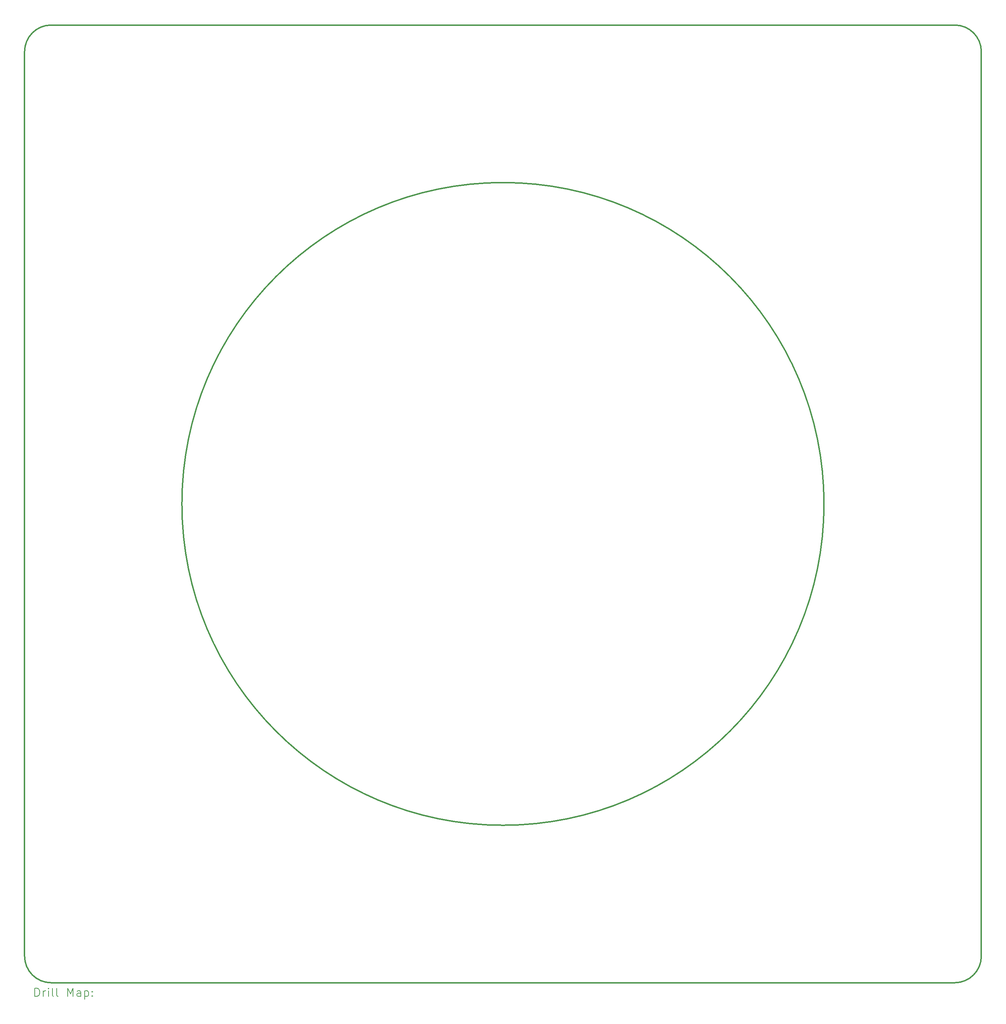
<source format=gbr>
%TF.GenerationSoftware,KiCad,Pcbnew,8.0.5*%
%TF.CreationDate,2024-10-09T12:00:03-04:00*%
%TF.ProjectId,ni_arena_12-12,6e695f61-7265-46e6-915f-31322d31322e,v0.1.1*%
%TF.SameCoordinates,Original*%
%TF.FileFunction,Drillmap*%
%TF.FilePolarity,Positive*%
%FSLAX45Y45*%
G04 Gerber Fmt 4.5, Leading zero omitted, Abs format (unit mm)*
G04 Created by KiCad (PCBNEW 8.0.5) date 2024-10-09 12:00:03*
%MOMM*%
%LPD*%
G01*
G04 APERTURE LIST*
%ADD10C,0.300000*%
%ADD11C,0.200000*%
G04 APERTURE END LIST*
D10*
X28575000Y-6350000D02*
G75*
G02*
X29210000Y-6985000I0J-635000D01*
G01*
X6985000Y-29210000D02*
G75*
G02*
X6350000Y-28575000I0J635000D01*
G01*
X6985000Y-29210000D02*
X28575000Y-29210000D01*
X28575000Y-6350000D02*
X6985000Y-6350000D01*
X29210000Y-28575000D02*
G75*
G02*
X28575000Y-29210000I-635000J0D01*
G01*
X6350000Y-6985000D02*
G75*
G02*
X6985000Y-6350000I635000J0D01*
G01*
X6350000Y-6985000D02*
X6350000Y-28575000D01*
X25450800Y-17780000D02*
G75*
G02*
X10109200Y-17780000I-7670800J0D01*
G01*
X10109200Y-17780000D02*
G75*
G02*
X25450800Y-17780000I7670800J0D01*
G01*
X29210000Y-28575000D02*
X29210000Y-6985000D01*
D11*
X6595777Y-29536484D02*
X6595777Y-29336484D01*
X6595777Y-29336484D02*
X6643396Y-29336484D01*
X6643396Y-29336484D02*
X6671967Y-29346008D01*
X6671967Y-29346008D02*
X6691015Y-29365055D01*
X6691015Y-29365055D02*
X6700539Y-29384103D01*
X6700539Y-29384103D02*
X6710062Y-29422198D01*
X6710062Y-29422198D02*
X6710062Y-29450769D01*
X6710062Y-29450769D02*
X6700539Y-29488865D01*
X6700539Y-29488865D02*
X6691015Y-29507912D01*
X6691015Y-29507912D02*
X6671967Y-29526960D01*
X6671967Y-29526960D02*
X6643396Y-29536484D01*
X6643396Y-29536484D02*
X6595777Y-29536484D01*
X6795777Y-29536484D02*
X6795777Y-29403150D01*
X6795777Y-29441246D02*
X6805301Y-29422198D01*
X6805301Y-29422198D02*
X6814824Y-29412674D01*
X6814824Y-29412674D02*
X6833872Y-29403150D01*
X6833872Y-29403150D02*
X6852920Y-29403150D01*
X6919586Y-29536484D02*
X6919586Y-29403150D01*
X6919586Y-29336484D02*
X6910062Y-29346008D01*
X6910062Y-29346008D02*
X6919586Y-29355531D01*
X6919586Y-29355531D02*
X6929110Y-29346008D01*
X6929110Y-29346008D02*
X6919586Y-29336484D01*
X6919586Y-29336484D02*
X6919586Y-29355531D01*
X7043396Y-29536484D02*
X7024348Y-29526960D01*
X7024348Y-29526960D02*
X7014824Y-29507912D01*
X7014824Y-29507912D02*
X7014824Y-29336484D01*
X7148158Y-29536484D02*
X7129110Y-29526960D01*
X7129110Y-29526960D02*
X7119586Y-29507912D01*
X7119586Y-29507912D02*
X7119586Y-29336484D01*
X7376729Y-29536484D02*
X7376729Y-29336484D01*
X7376729Y-29336484D02*
X7443396Y-29479341D01*
X7443396Y-29479341D02*
X7510062Y-29336484D01*
X7510062Y-29336484D02*
X7510062Y-29536484D01*
X7691015Y-29536484D02*
X7691015Y-29431722D01*
X7691015Y-29431722D02*
X7681491Y-29412674D01*
X7681491Y-29412674D02*
X7662443Y-29403150D01*
X7662443Y-29403150D02*
X7624348Y-29403150D01*
X7624348Y-29403150D02*
X7605301Y-29412674D01*
X7691015Y-29526960D02*
X7671967Y-29536484D01*
X7671967Y-29536484D02*
X7624348Y-29536484D01*
X7624348Y-29536484D02*
X7605301Y-29526960D01*
X7605301Y-29526960D02*
X7595777Y-29507912D01*
X7595777Y-29507912D02*
X7595777Y-29488865D01*
X7595777Y-29488865D02*
X7605301Y-29469817D01*
X7605301Y-29469817D02*
X7624348Y-29460293D01*
X7624348Y-29460293D02*
X7671967Y-29460293D01*
X7671967Y-29460293D02*
X7691015Y-29450769D01*
X7786253Y-29403150D02*
X7786253Y-29603150D01*
X7786253Y-29412674D02*
X7805301Y-29403150D01*
X7805301Y-29403150D02*
X7843396Y-29403150D01*
X7843396Y-29403150D02*
X7862443Y-29412674D01*
X7862443Y-29412674D02*
X7871967Y-29422198D01*
X7871967Y-29422198D02*
X7881491Y-29441246D01*
X7881491Y-29441246D02*
X7881491Y-29498388D01*
X7881491Y-29498388D02*
X7871967Y-29517436D01*
X7871967Y-29517436D02*
X7862443Y-29526960D01*
X7862443Y-29526960D02*
X7843396Y-29536484D01*
X7843396Y-29536484D02*
X7805301Y-29536484D01*
X7805301Y-29536484D02*
X7786253Y-29526960D01*
X7967205Y-29517436D02*
X7976729Y-29526960D01*
X7976729Y-29526960D02*
X7967205Y-29536484D01*
X7967205Y-29536484D02*
X7957682Y-29526960D01*
X7957682Y-29526960D02*
X7967205Y-29517436D01*
X7967205Y-29517436D02*
X7967205Y-29536484D01*
X7967205Y-29412674D02*
X7976729Y-29422198D01*
X7976729Y-29422198D02*
X7967205Y-29431722D01*
X7967205Y-29431722D02*
X7957682Y-29422198D01*
X7957682Y-29422198D02*
X7967205Y-29412674D01*
X7967205Y-29412674D02*
X7967205Y-29431722D01*
M02*

</source>
